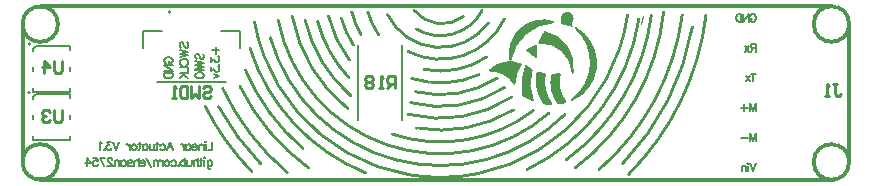
<source format=gbo>
G04*
G04 #@! TF.GenerationSoftware,Altium Limited,Altium Designer,21.4.1 (30)*
G04*
G04 Layer_Color=32896*
%FSLAX44Y44*%
%MOMM*%
G71*
G04*
G04 #@! TF.SameCoordinates,20706F9A-6442-4B2F-841C-74B48887EBA2*
G04*
G04*
G04 #@! TF.FilePolarity,Positive*
G04*
G01*
G75*
%ADD10C,0.2500*%
%ADD11C,0.3000*%
%ADD12C,0.2000*%
%ADD13C,0.1270*%
%ADD14C,0.1524*%
%ADD96C,0.2540*%
%ADD97C,0.0100*%
%ADD98C,0.1520*%
G36*
X1157408Y507989D02*
X1157408Y507989D01*
X1157407Y508001D01*
X1157407Y508027D01*
X1157407Y508053D01*
X1157407Y508078D01*
Y508091D01*
X1157408Y507989D01*
D02*
G37*
G36*
X1163794Y513173D02*
X1165686Y512273D01*
X1167073Y510703D01*
X1167734Y508714D01*
X1167648Y507670D01*
X1167648Y507670D01*
X1167647Y507658D01*
X1167635Y507637D01*
X1167615Y507623D01*
X1167591Y507619D01*
X1167579Y507623D01*
X1166385Y501185D01*
X1166385D01*
X1166383Y501173D01*
X1166370Y501154D01*
X1166350Y501142D01*
X1166327Y501140D01*
X1166316Y501143D01*
X1157483Y504107D01*
X1157475Y504109D01*
X1157461Y504119D01*
X1157451Y504133D01*
X1157446Y504149D01*
X1157446Y504157D01*
X1157408Y507989D01*
X1157407Y508091D01*
Y509139D01*
X1158228Y511067D01*
X1159740Y512518D01*
X1161700Y513259D01*
X1163794Y513173D01*
D02*
G37*
G36*
X1151131Y504834D02*
X1151131Y504835D01*
X1151131D01*
Y504834D01*
D02*
G37*
G36*
X1136211Y475401D02*
X1128551Y480989D01*
X1129588Y481311D01*
X1131607Y482111D01*
X1133534Y483111D01*
X1135351Y484300D01*
X1136211Y484962D01*
Y475401D01*
D02*
G37*
G36*
X1148799Y505616D02*
X1151131Y504835D01*
X1148947Y504654D01*
X1144625Y503935D01*
X1140409Y502745D01*
X1136348Y501098D01*
X1132494Y499014D01*
X1128893Y496519D01*
X1125587Y493643D01*
X1122619Y490420D01*
X1120023Y486891D01*
X1117831Y483097D01*
X1116069Y479085D01*
X1114760Y474904D01*
X1114280Y472766D01*
X1113828Y475184D01*
X1113771Y480104D01*
X1114564Y484961D01*
X1116181Y489608D01*
X1118576Y493906D01*
X1121675Y497728D01*
X1125387Y500958D01*
X1129600Y503500D01*
X1134188Y505278D01*
X1139014Y506238D01*
X1143933Y506352D01*
X1148799Y505616D01*
D02*
G37*
G36*
X1128065Y467126D02*
X1129264Y466282D01*
X1130497Y465488D01*
X1131761Y464744D01*
X1132403Y464392D01*
Y464392D01*
Y464392D01*
D01*
X1131900Y462813D01*
X1131114Y459594D01*
X1130628Y456316D01*
X1130448Y453008D01*
X1130574Y449697D01*
X1131006Y446412D01*
X1131740Y443181D01*
X1132768Y440031D01*
X1133391Y438496D01*
X1132331Y438917D01*
X1130260Y439871D01*
X1128243Y440933D01*
X1126284Y442100D01*
X1125337Y442735D01*
X1124706Y445835D01*
X1124343Y452153D01*
X1124887Y458457D01*
X1126326Y464619D01*
X1127479Y467566D01*
X1127479Y467566D01*
X1128065Y467126D01*
D02*
G37*
G36*
X1143493Y496326D02*
X1145386Y495955D01*
X1149043Y494731D01*
X1152511Y493045D01*
X1155732Y490924D01*
X1158652Y488405D01*
X1161222Y485529D01*
X1163399Y482345D01*
X1165145Y478907D01*
X1166433Y475272D01*
X1167239Y471500D01*
X1167552Y467656D01*
X1167364Y463804D01*
X1167023Y461907D01*
X1166898Y463668D01*
X1166301Y467148D01*
X1165249Y470518D01*
X1163761Y473719D01*
X1161862Y476696D01*
X1159587Y479395D01*
X1156975Y481770D01*
X1154072Y483779D01*
X1150928Y485386D01*
X1147600Y486564D01*
X1144146Y487292D01*
X1140625Y487556D01*
X1138859Y487513D01*
X1139658Y488482D01*
X1141078Y490553D01*
X1142246Y492775D01*
X1143147Y495118D01*
X1143493Y496326D01*
Y496326D01*
D02*
G37*
G36*
X1167023Y461907D02*
X1167022D01*
X1167023Y461907D01*
Y461907D01*
D02*
G37*
G36*
X1118089Y470601D02*
X1121544Y469641D01*
X1123177Y468900D01*
X1123177Y468900D01*
X1121979Y467068D01*
X1120008Y463163D01*
X1118637Y459009D01*
X1117897Y454698D01*
X1117769Y452513D01*
X1117769D01*
X1116910Y453811D01*
X1114945Y456223D01*
X1112682Y458357D01*
X1110159Y460176D01*
X1107419Y461649D01*
X1104509Y462750D01*
X1101481Y463461D01*
X1098386Y463768D01*
X1096829Y463769D01*
X1098065Y465068D01*
X1100907Y467255D01*
X1104052Y468979D01*
X1107424Y470198D01*
X1110944Y470883D01*
X1114527Y471019D01*
X1118089Y470601D01*
D02*
G37*
G36*
X1171751Y498669D02*
X1176092Y495204D01*
X1179821Y491088D01*
X1182841Y486428D01*
X1185075Y481343D01*
X1186465Y475966D01*
X1186975Y470435D01*
X1186591Y464895D01*
X1185324Y459487D01*
X1183206Y454353D01*
X1180292Y449625D01*
X1176658Y445426D01*
X1174528Y443644D01*
X1173524Y442916D01*
X1171436Y441578D01*
X1169275Y440363D01*
X1167047Y439274D01*
X1165903Y438795D01*
X1168243Y440572D01*
X1172489Y444628D01*
X1176080Y449275D01*
X1178933Y454407D01*
X1180984Y459909D01*
X1182188Y465657D01*
X1182516Y471520D01*
X1181961Y477365D01*
X1180537Y483062D01*
X1178274Y488481D01*
X1175225Y493499D01*
X1171458Y498004D01*
X1169331Y500031D01*
X1171751Y498669D01*
D02*
G37*
G36*
X1155859Y459220D02*
X1155450Y456127D01*
X1155390Y453009D01*
X1155678Y449903D01*
X1156312Y446849D01*
X1157284Y443885D01*
X1158581Y441048D01*
X1160187Y438374D01*
X1161099Y437108D01*
Y437108D01*
X1160374Y436901D01*
X1158911Y436538D01*
X1157435Y436226D01*
X1155950Y435966D01*
X1155203Y435862D01*
Y435862D01*
X1154166Y437100D01*
X1152407Y439810D01*
X1150990Y442713D01*
X1149936Y445766D01*
X1149260Y448925D01*
X1148972Y452142D01*
X1149076Y455370D01*
X1149571Y458563D01*
X1150010Y460117D01*
X1150010D01*
X1150788Y460137D01*
X1152340Y460227D01*
X1153887Y460384D01*
X1155426Y460607D01*
X1156192Y460744D01*
X1156192Y460744D01*
X1155859Y459220D01*
D02*
G37*
G36*
X1138119Y461939D02*
X1139615Y461480D01*
X1141130Y461087D01*
X1142660Y460759D01*
X1143430Y460620D01*
X1143145Y458983D01*
X1142836Y455675D01*
X1142877Y452354D01*
X1143266Y449054D01*
X1144001Y445815D01*
X1145073Y442670D01*
X1146470Y439656D01*
X1148177Y436806D01*
X1149140Y435452D01*
X1148353Y435455D01*
X1146779Y435518D01*
X1145208Y435638D01*
X1143643Y435816D01*
X1142864Y435933D01*
X1141852Y437335D01*
X1140134Y440334D01*
X1138738Y443496D01*
X1137681Y446787D01*
X1136974Y450171D01*
X1136625Y453610D01*
X1136638Y457067D01*
X1137013Y460504D01*
X1137379Y462193D01*
Y462193D01*
X1138119Y461939D01*
D02*
G37*
D10*
X1016254Y448818D02*
Y458815D01*
X1011256D01*
X1009589Y457149D01*
Y453816D01*
X1011256Y452150D01*
X1016254D01*
X1012922D02*
X1009589Y448818D01*
X1006257D02*
X1002925D01*
X1004591D01*
Y458815D01*
X1006257Y457149D01*
X997927D02*
X996260Y458815D01*
X992928D01*
X991262Y457149D01*
Y455482D01*
X992928Y453816D01*
X991262Y452150D01*
Y450484D01*
X992928Y448818D01*
X996260D01*
X997927Y450484D01*
Y452150D01*
X996260Y453816D01*
X997927Y455482D01*
Y457149D01*
X996260Y453816D02*
X992928D01*
X734414Y471525D02*
Y463194D01*
X732748Y461528D01*
X729416D01*
X727749Y463194D01*
Y471525D01*
X719419Y461528D02*
Y471525D01*
X724417Y466526D01*
X717753D01*
X734414Y430631D02*
Y422300D01*
X732748Y420634D01*
X729416D01*
X727749Y422300D01*
Y430631D01*
X724417Y428965D02*
X722751Y430631D01*
X719419D01*
X717753Y428965D01*
Y427299D01*
X719419Y425632D01*
X721085D01*
X719419D01*
X717753Y423966D01*
Y422300D01*
X719419Y420634D01*
X722751D01*
X724417Y422300D01*
X1387600Y452198D02*
X1390932D01*
X1389266D01*
Y443868D01*
X1390932Y442202D01*
X1392598D01*
X1394265Y443868D01*
X1384268Y442202D02*
X1380936D01*
X1382602D01*
Y452198D01*
X1384268Y450532D01*
X854297Y448632D02*
X855963Y450298D01*
X859295D01*
X860961Y448632D01*
Y446966D01*
X859295Y445300D01*
X855963D01*
X854297Y443634D01*
Y441968D01*
X855963Y440302D01*
X859295D01*
X860961Y441968D01*
X850965Y450298D02*
Y440302D01*
X847632Y443634D01*
X844300Y440302D01*
Y450298D01*
X840968D02*
Y440302D01*
X835969D01*
X834303Y441968D01*
Y448632D01*
X835969Y450298D01*
X840968D01*
X830971Y440302D02*
X827639D01*
X829305D01*
Y450298D01*
X830971Y448632D01*
D11*
X1401200Y386398D02*
G03*
X1401200Y386398I-15000J0D01*
G01*
X1388100Y371300D02*
G03*
X1387617Y371500I-483J-483D01*
G01*
X1401200Y503200D02*
G03*
X1401200Y503200I-15000J0D01*
G01*
X731300Y386506D02*
G03*
X731300Y386506I-15000J0D01*
G01*
Y503102D02*
G03*
X731300Y503102I-15000J0D01*
G01*
X1401200Y386398D02*
Y503200D01*
X716300Y371500D02*
X1387617D01*
X701400Y386600D02*
Y502600D01*
X716641Y518200D02*
X1386200D01*
D12*
X826750Y513488D02*
G03*
X826750Y513488I-1000J0D01*
G01*
X822973Y469964D02*
X822307Y470297D01*
X821640Y470964D01*
X821307Y471630D01*
Y472963D01*
X821640Y473630D01*
X822307Y474296D01*
X822973Y474630D01*
X823973Y474963D01*
X825639D01*
X826639Y474630D01*
X827306Y474296D01*
X827972Y473630D01*
X828305Y472963D01*
Y471630D01*
X827972Y470964D01*
X827306Y470297D01*
X826639Y469964D01*
X825639D01*
Y471630D02*
Y469964D01*
X821307Y468364D02*
X828305D01*
X821307D02*
X828305Y463699D01*
X821307D02*
X828305D01*
X821307Y461766D02*
X828305D01*
X821307D02*
Y459433D01*
X821640Y458433D01*
X822307Y457767D01*
X822973Y457433D01*
X823973Y457100D01*
X825639D01*
X826639Y457433D01*
X827306Y457767D01*
X827972Y458433D01*
X828305Y459433D01*
Y461766D01*
X835505Y483128D02*
X834838Y483794D01*
X834505Y484794D01*
Y486127D01*
X834838Y487127D01*
X835505Y487794D01*
X836171D01*
X836838Y487460D01*
X837171Y487127D01*
X837504Y486460D01*
X838171Y484461D01*
X838504Y483794D01*
X838837Y483461D01*
X839504Y483128D01*
X840504D01*
X841170Y483794D01*
X841504Y484794D01*
Y486127D01*
X841170Y487127D01*
X840504Y487794D01*
X834505Y481562D02*
X841504Y479895D01*
X834505Y478229D02*
X841504Y479895D01*
X834505Y478229D02*
X841504Y476563D01*
X834505Y474896D02*
X841504Y476563D01*
X836171Y468498D02*
X835505Y468831D01*
X834838Y469497D01*
X834505Y470164D01*
Y471497D01*
X834838Y472164D01*
X835505Y472830D01*
X836171Y473163D01*
X837171Y473497D01*
X838837D01*
X839837Y473163D01*
X840504Y472830D01*
X841170Y472164D01*
X841504Y471497D01*
Y470164D01*
X841170Y469497D01*
X840504Y468831D01*
X839837Y468498D01*
X834505Y466531D02*
X841504D01*
Y462532D01*
X834505Y461766D02*
X841504D01*
X834505Y457100D02*
X839171Y461766D01*
X837504Y460099D02*
X841504Y457100D01*
X848703Y473530D02*
X848036Y474197D01*
X847703Y475196D01*
Y476529D01*
X848036Y477529D01*
X848703Y478196D01*
X849370D01*
X850036Y477862D01*
X850369Y477529D01*
X850703Y476863D01*
X851369Y474863D01*
X851702Y474197D01*
X852036Y473863D01*
X852702Y473530D01*
X853702D01*
X854368Y474197D01*
X854702Y475196D01*
Y476529D01*
X854368Y477529D01*
X853702Y478196D01*
X847703Y471964D02*
X854702Y470297D01*
X847703Y468631D02*
X854702Y470297D01*
X847703Y468631D02*
X854702Y466965D01*
X847703Y465298D02*
X854702Y466965D01*
X847703Y463899D02*
X854702D01*
X847703Y460433D02*
X848036Y461099D01*
X848703Y461766D01*
X849370Y462099D01*
X850369Y462432D01*
X852036D01*
X853035Y462099D01*
X853702Y461766D01*
X854368Y461099D01*
X854702Y460433D01*
Y459100D01*
X854368Y458433D01*
X853702Y457767D01*
X853035Y457433D01*
X852036Y457100D01*
X850369D01*
X849370Y457433D01*
X848703Y457767D01*
X848036Y458433D01*
X847703Y459100D01*
Y460433D01*
X861901Y480828D02*
X867900D01*
X864901Y483828D02*
Y477829D01*
X860901Y475096D02*
Y471430D01*
X863568Y473430D01*
Y472430D01*
X863901Y471764D01*
X864234Y471430D01*
X865234Y471097D01*
X865900D01*
X866900Y471430D01*
X867567Y472097D01*
X867900Y473097D01*
Y474096D01*
X867567Y475096D01*
X867233Y475429D01*
X866567Y475763D01*
X867233Y469198D02*
X867567Y469531D01*
X867900Y469198D01*
X867567Y468864D01*
X867233Y469198D01*
X860901Y466665D02*
Y462999D01*
X863568Y464998D01*
Y463999D01*
X863901Y463332D01*
X864234Y462999D01*
X865234Y462666D01*
X865900D01*
X866900Y462999D01*
X867567Y463665D01*
X867900Y464665D01*
Y465665D01*
X867567Y466665D01*
X867233Y466998D01*
X866567Y467331D01*
X863234Y461099D02*
X867900Y459100D01*
X863234Y457100D02*
X867900Y459100D01*
X862000Y403563D02*
Y396564D01*
X858001D01*
X856568Y403563D02*
X856235Y403229D01*
X855901Y403563D01*
X856235Y403896D01*
X856568Y403563D01*
X856235Y401230D02*
Y396564D01*
X854668Y401230D02*
Y396564D01*
Y399897D02*
X853668Y400897D01*
X853002Y401230D01*
X852002D01*
X851336Y400897D01*
X851002Y399897D01*
Y396564D01*
X849169Y399230D02*
X845170D01*
Y399897D01*
X845503Y400564D01*
X845837Y400897D01*
X846503Y401230D01*
X847503D01*
X848170Y400897D01*
X848836Y400230D01*
X849169Y399230D01*
Y398564D01*
X848836Y397564D01*
X848170Y396898D01*
X847503Y396564D01*
X846503D01*
X845837Y396898D01*
X845170Y397564D01*
X839671Y401230D02*
Y396564D01*
Y400230D02*
X840338Y400897D01*
X841004Y401230D01*
X842004D01*
X842671Y400897D01*
X843337Y400230D01*
X843671Y399230D01*
Y398564D01*
X843337Y397564D01*
X842671Y396898D01*
X842004Y396564D01*
X841004D01*
X840338Y396898D01*
X839671Y397564D01*
X837805Y401230D02*
Y396564D01*
Y399230D02*
X837472Y400230D01*
X836805Y400897D01*
X836139Y401230D01*
X835139D01*
X823675Y396564D02*
X826341Y403563D01*
X829007Y396564D01*
X828007Y398897D02*
X824675D01*
X818043Y400230D02*
X818709Y400897D01*
X819376Y401230D01*
X820376D01*
X821042Y400897D01*
X821709Y400230D01*
X822042Y399230D01*
Y398564D01*
X821709Y397564D01*
X821042Y396898D01*
X820376Y396564D01*
X819376D01*
X818709Y396898D01*
X818043Y397564D01*
X815543Y403563D02*
Y397897D01*
X815210Y396898D01*
X814544Y396564D01*
X813877D01*
X816543Y401230D02*
X814210D01*
X812877D02*
Y397897D01*
X812544Y396898D01*
X811877Y396564D01*
X810878D01*
X810211Y396898D01*
X809211Y397897D01*
Y401230D02*
Y396564D01*
X803379Y401230D02*
Y396564D01*
Y400230D02*
X804046Y400897D01*
X804712Y401230D01*
X805712D01*
X806378Y400897D01*
X807045Y400230D01*
X807378Y399230D01*
Y398564D01*
X807045Y397564D01*
X806378Y396898D01*
X805712Y396564D01*
X804712D01*
X804046Y396898D01*
X803379Y397564D01*
X800513Y403563D02*
Y397897D01*
X800180Y396898D01*
X799513Y396564D01*
X798847D01*
X801513Y401230D02*
X799180D01*
X796181D02*
X796847Y400897D01*
X797514Y400230D01*
X797847Y399230D01*
Y398564D01*
X797514Y397564D01*
X796847Y396898D01*
X796181Y396564D01*
X795181D01*
X794514Y396898D01*
X793848Y397564D01*
X793515Y398564D01*
Y399230D01*
X793848Y400230D01*
X794514Y400897D01*
X795181Y401230D01*
X796181D01*
X791982D02*
Y396564D01*
Y399230D02*
X791648Y400230D01*
X790982Y400897D01*
X790315Y401230D01*
X789315D01*
X783184Y403563D02*
X780517Y396564D01*
X777851Y403563D02*
X780517Y396564D01*
X776285Y403563D02*
X772619D01*
X774619Y400897D01*
X773619D01*
X772952Y400564D01*
X772619Y400230D01*
X772286Y399230D01*
Y398564D01*
X772619Y397564D01*
X773286Y396898D01*
X774285Y396564D01*
X775285D01*
X776285Y396898D01*
X776618Y397231D01*
X776952Y397897D01*
X770386Y397231D02*
X770720Y396898D01*
X770386Y396564D01*
X770053Y396898D01*
X770386Y397231D01*
X768520Y402230D02*
X767853Y402563D01*
X766854Y403563D01*
Y396564D01*
X858001Y387699D02*
Y382366D01*
X858334Y381367D01*
X858667Y381033D01*
X859334Y380700D01*
X860334D01*
X861000Y381033D01*
X858001Y386699D02*
X858667Y387365D01*
X859334Y387699D01*
X860334D01*
X861000Y387365D01*
X861667Y386699D01*
X862000Y385699D01*
Y385032D01*
X861667Y384033D01*
X861000Y383366D01*
X860334Y383033D01*
X859334D01*
X858667Y383366D01*
X858001Y384033D01*
X855468Y390031D02*
X855135Y389698D01*
X854801Y390031D01*
X855135Y390365D01*
X855468Y390031D01*
X855135Y387699D02*
Y383033D01*
X852569Y390031D02*
Y384366D01*
X852235Y383366D01*
X851569Y383033D01*
X850902D01*
X853568Y387699D02*
X851236D01*
X849903Y390031D02*
Y383033D01*
Y386366D02*
X848903Y387365D01*
X848236Y387699D01*
X847236D01*
X846570Y387365D01*
X846237Y386366D01*
Y383033D01*
X844404Y387699D02*
Y384366D01*
X844071Y383366D01*
X843404Y383033D01*
X842404D01*
X841738Y383366D01*
X840738Y384366D01*
Y387699D02*
Y383033D01*
X838905Y390031D02*
Y383033D01*
Y386699D02*
X838238Y387365D01*
X837572Y387699D01*
X836572D01*
X835906Y387365D01*
X835239Y386699D01*
X834906Y385699D01*
Y385032D01*
X835239Y384033D01*
X835906Y383366D01*
X836572Y383033D01*
X837572D01*
X838238Y383366D01*
X838905Y384033D01*
X833073Y383699D02*
X833406Y383366D01*
X833073Y383033D01*
X832740Y383366D01*
X833073Y383699D01*
X827207Y386699D02*
X827874Y387365D01*
X828540Y387699D01*
X829540D01*
X830207Y387365D01*
X830873Y386699D01*
X831207Y385699D01*
Y385032D01*
X830873Y384033D01*
X830207Y383366D01*
X829540Y383033D01*
X828540D01*
X827874Y383366D01*
X827207Y384033D01*
X824042Y387699D02*
X824708Y387365D01*
X825375Y386699D01*
X825708Y385699D01*
Y385032D01*
X825375Y384033D01*
X824708Y383366D01*
X824042Y383033D01*
X823042D01*
X822375Y383366D01*
X821709Y384033D01*
X821375Y385032D01*
Y385699D01*
X821709Y386699D01*
X822375Y387365D01*
X823042Y387699D01*
X824042D01*
X819842D02*
Y383033D01*
Y386366D02*
X818843Y387365D01*
X818176Y387699D01*
X817176D01*
X816510Y387365D01*
X816177Y386366D01*
Y383033D01*
Y386366D02*
X815177Y387365D01*
X814510Y387699D01*
X813510D01*
X812844Y387365D01*
X812511Y386366D01*
Y383033D01*
X810311Y382033D02*
X805645Y390031D01*
X805179Y385699D02*
X801180D01*
Y386366D01*
X801513Y387032D01*
X801846Y387365D01*
X802513Y387699D01*
X803512D01*
X804179Y387365D01*
X804846Y386699D01*
X805179Y385699D01*
Y385032D01*
X804846Y384033D01*
X804179Y383366D01*
X803512Y383033D01*
X802513D01*
X801846Y383366D01*
X801180Y384033D01*
X799680Y390031D02*
Y383033D01*
Y386366D02*
X798680Y387365D01*
X798014Y387699D01*
X797014D01*
X796347Y387365D01*
X796014Y386366D01*
Y383033D01*
X790515Y386699D02*
X790848Y387365D01*
X791848Y387699D01*
X792848D01*
X793848Y387365D01*
X794181Y386699D01*
X793848Y386032D01*
X793181Y385699D01*
X791515Y385366D01*
X790848Y385032D01*
X790515Y384366D01*
Y384033D01*
X790848Y383366D01*
X791848Y383033D01*
X792848D01*
X793848Y383366D01*
X794181Y384033D01*
X785050Y387699D02*
Y383033D01*
Y386699D02*
X785716Y387365D01*
X786383Y387699D01*
X787383D01*
X788049Y387365D01*
X788716Y386699D01*
X789049Y385699D01*
Y385032D01*
X788716Y384033D01*
X788049Y383366D01*
X787383Y383033D01*
X786383D01*
X785716Y383366D01*
X785050Y384033D01*
X783184Y387699D02*
Y383033D01*
Y386366D02*
X782184Y387365D01*
X781517Y387699D01*
X780517D01*
X779851Y387365D01*
X779518Y386366D01*
Y383033D01*
X777351Y388365D02*
Y388698D01*
X777018Y389365D01*
X776685Y389698D01*
X776018Y390031D01*
X774685D01*
X774019Y389698D01*
X773686Y389365D01*
X773352Y388698D01*
Y388032D01*
X773686Y387365D01*
X774352Y386366D01*
X777685Y383033D01*
X773019D01*
X766787Y390031D02*
X770120Y383033D01*
X771453Y390031D02*
X766787D01*
X761221D02*
X764554D01*
X764887Y387032D01*
X764554Y387365D01*
X763554Y387699D01*
X762554D01*
X761555Y387365D01*
X760888Y386699D01*
X760555Y385699D01*
Y385032D01*
X760888Y384033D01*
X761555Y383366D01*
X762554Y383033D01*
X763554D01*
X764554Y383366D01*
X764887Y383699D01*
X765221Y384366D01*
X755656Y390031D02*
X758989Y385366D01*
X753990D01*
X755656Y390031D02*
Y383033D01*
X1317458Y510027D02*
X1317768Y510646D01*
X1318387Y511265D01*
X1319005Y511574D01*
X1320243D01*
X1320862Y511265D01*
X1321481Y510646D01*
X1321790Y510027D01*
X1322100Y509099D01*
Y507551D01*
X1321790Y506623D01*
X1321481Y506004D01*
X1320862Y505385D01*
X1320243Y505076D01*
X1319005D01*
X1318387Y505385D01*
X1317768Y506004D01*
X1317458Y506623D01*
Y507551D01*
X1319005D02*
X1317458D01*
X1315973Y511574D02*
Y505076D01*
Y511574D02*
X1311640Y505076D01*
Y511574D02*
Y505076D01*
X1309845Y511574D02*
Y505076D01*
Y511574D02*
X1307679D01*
X1306751Y511265D01*
X1306132Y510646D01*
X1305822Y510027D01*
X1305513Y509099D01*
Y507551D01*
X1305822Y506623D01*
X1306132Y506004D01*
X1306751Y505385D01*
X1307679Y505076D01*
X1309845D01*
X1322100Y486378D02*
Y479879D01*
Y486378D02*
X1319315D01*
X1318387Y486068D01*
X1318077Y485759D01*
X1317768Y485140D01*
Y484521D01*
X1318077Y483902D01*
X1318387Y483593D01*
X1319315Y483283D01*
X1322100D01*
X1319934D02*
X1317768Y479879D01*
X1316313Y484212D02*
X1312909Y479879D01*
Y484212D02*
X1316313Y479879D01*
X1319934Y461181D02*
Y454683D01*
X1322100Y461181D02*
X1317768D01*
X1316994Y459015D02*
X1313590Y454683D01*
Y459015D02*
X1316994Y454683D01*
X1322100Y435984D02*
Y429486D01*
Y435984D02*
X1319624Y429486D01*
X1317149Y435984D02*
X1319624Y429486D01*
X1317149Y435984D02*
Y429486D01*
X1312507Y435056D02*
Y429486D01*
X1315292Y432271D02*
X1309722D01*
X1322100Y410788D02*
Y404289D01*
Y410788D02*
X1319624Y404289D01*
X1317149Y410788D02*
X1319624Y404289D01*
X1317149Y410788D02*
Y404289D01*
X1315292Y407074D02*
X1309722D01*
X1322100Y385282D02*
X1319624Y378783D01*
X1317149Y385282D02*
X1319624Y378783D01*
X1315694Y385282D02*
X1315385Y384972D01*
X1315075Y385282D01*
X1315385Y385591D01*
X1315694Y385282D01*
X1315385Y383116D02*
Y378783D01*
X1313930Y383116D02*
Y378783D01*
Y381878D02*
X1313002Y382806D01*
X1312383Y383116D01*
X1311455D01*
X1310836Y382806D01*
X1310526Y381878D01*
Y378783D01*
D13*
X1142864Y435933D02*
G03*
X1149140Y435452I6416J42518D01*
G01*
X1137379Y462193D02*
G03*
X1143430Y460620I12086J34077D01*
G01*
X1138859Y487513D02*
G03*
X1143493Y496326I-16152J14118D01*
G01*
X1155203Y435862D02*
G03*
X1161099Y437108I-5922J42590D01*
G01*
X1123177Y468900D02*
G03*
X1117769Y452513I24027J-17015D01*
G01*
X1127479Y467566D02*
G03*
X1125338Y442735I41018J-16045D01*
G01*
X1137379Y462193D02*
G03*
X1142864Y435933I32193J-6978D01*
G01*
X1143430Y460620D02*
G03*
X1149140Y435452I30896J-6222D01*
G01*
X1156192Y460744D02*
G03*
X1161099Y437108I27036J-6714D01*
G01*
X1117769Y452513D02*
G03*
X1096829Y463769I-20175J-12426D01*
G01*
X1165903Y438795D02*
G03*
X1174528Y443644I-16623J39656D01*
G01*
X1125338Y442735D02*
G03*
X1133391Y438496I23943J35717D01*
G01*
X1150010Y460117D02*
G03*
X1156192Y460744I-545J36153D01*
G01*
X1127479Y467566D02*
G03*
X1132403Y464392I21987J28704D01*
G01*
X1132403D02*
G03*
X1133391Y438496I33861J-11675D01*
G01*
X1150010Y460117D02*
G03*
X1155203Y435862I25535J-7217D01*
G01*
X1128551Y480989D02*
G03*
X1136211Y484962I-5843J20641D01*
G01*
X1167023Y461907D02*
G03*
X1138859Y487513I-26628J-996D01*
G01*
X1167023Y461907D02*
G03*
X1143493Y496326I-29236J5266D01*
G01*
X1165903Y438795D02*
G03*
X1169331Y500031I-22438J31970D01*
G01*
X1174528Y443644D02*
G03*
X1169331Y500031I-22073J26398D01*
G01*
X1123177Y468900D02*
G03*
X1096829Y463769I-9565J-21095D01*
G01*
X1151131Y504835D02*
G03*
X1114280Y472766I-9002J-26864D01*
G01*
X1151131Y504834D02*
G03*
X1114280Y472766I2173J-39705D01*
G01*
X1136211Y475401D02*
Y484962D01*
X1128551Y480989D02*
X1136211Y475401D01*
X815500Y454487D02*
X873500D01*
X803250Y482687D02*
Y496987D01*
X819500D01*
X869500D02*
X885750D01*
Y482687D02*
Y496987D01*
X1022650Y422200D02*
X1022650Y485200D01*
X985350Y422200D02*
X985350Y485200D01*
D14*
X707762Y486200D02*
G03*
X707762Y486200I-762J0D01*
G01*
Y445300D02*
G03*
X707762Y445300I-762J0D01*
G01*
X710252Y445896D02*
X741748D01*
X710252D02*
Y448936D01*
X741748Y481464D02*
Y484504D01*
Y463464D02*
Y466936D01*
Y445896D02*
Y448936D01*
X710252Y463464D02*
Y466936D01*
Y404996D02*
X741748D01*
X710252D02*
Y408036D01*
X741748Y440564D02*
Y443604D01*
Y422564D02*
Y426036D01*
Y404996D02*
Y408036D01*
X710252Y422564D02*
Y426036D01*
D96*
X929763Y509492D02*
G03*
X976880Y431411I127792J23857D01*
G01*
X940560Y506663D02*
G03*
X979575Y442141I116995J26687D01*
G01*
X951253Y505070D02*
G03*
X977413Y458002I106303J28279D01*
G01*
X960322Y509989D02*
G03*
X978030Y472722I97233J23360D01*
G01*
X971204Y507983D02*
G03*
X981461Y485290I86351J25366D01*
G01*
X980055Y513507D02*
G03*
X987704Y494352I77500J19843D01*
G01*
X993782Y512990D02*
G03*
X1002720Y494210I66974J20359D01*
G01*
X885495Y450186D02*
G03*
X943503Y381319I170183J84485D01*
G01*
X890011Y464282D02*
G03*
X938541Y398000I165666J70389D01*
G01*
X893955Y482272D02*
G03*
X991898Y377089I161723J52400D01*
G01*
X855751Y433811D02*
G03*
X895638Y377999I204976J104331D01*
G01*
X867405Y433134D02*
G03*
X902815Y384962I193322J105008D01*
G01*
X870685Y448788D02*
G03*
X925336Y377613I190042J89354D01*
G01*
X1189673Y380107D02*
G03*
X1259879Y510956I-137992J158297D01*
G01*
X1209383Y385010D02*
G03*
X1268427Y500713I-157703J153394D01*
G01*
X1214550Y376005D02*
G03*
X1280023Y510840I-162869J162399D01*
G01*
X1032874Y514766D02*
G03*
X1074703Y509570I23547J18589D01*
G01*
X1034687Y498986D02*
G03*
X1090411Y514469I20463J34369D01*
G01*
X1010382Y511089D02*
G03*
X1095686Y504083I44768J22266D01*
G01*
X1027887Y479907D02*
G03*
X1109292Y507495I27263J53448D01*
G01*
X1041178Y464764D02*
G03*
X1094290Y475320I13972J68591D01*
G01*
X1031044Y457074D02*
G03*
X1087616Y460239I24106J76282D01*
G01*
X1034194Y445829D02*
G03*
X1103210Y457261I20956J87526D01*
G01*
X1029987Y436573D02*
G03*
X1109440Y449375I25163J96782D01*
G01*
X1027892Y426786D02*
G03*
X1115457Y441360I27259J106569D01*
G01*
X1034515Y415143D02*
G03*
X1116890Y430456I20635J118212D01*
G01*
X1014292Y409943D02*
G03*
X1133703Y429772I40858J123412D01*
G01*
X917786Y506319D02*
G03*
X1146795Y427519I137365J27037D01*
G01*
X911096Y491541D02*
G03*
X1160553Y426630I144054J41814D01*
G01*
X897708Y504863D02*
G03*
X1213546Y510750I157443J28493D01*
G01*
X1128683Y380081D02*
G03*
X1223186Y507588I-73532J153274D01*
G01*
X1161701Y388279D02*
G03*
X1233684Y510429I-106550J145076D01*
G01*
X1169050Y381280D02*
G03*
X1244112Y513520I-113899J152076D01*
G01*
D97*
X1167594Y507674D02*
G03*
X1157485Y507589I-5058J417D01*
G01*
X1157500Y504158D02*
X1166333Y501195D01*
X1157460Y508091D02*
X1157500Y504158D01*
X1225115Y503379D02*
X1226394Y510276D01*
D98*
X710000Y480200D02*
Y482200D01*
X712344Y484578D02*
X741633D01*
X710135Y482335D02*
X712352Y484552D01*
X710000Y439300D02*
Y441300D01*
X712344Y443678D02*
X741633D01*
X710135Y441435D02*
X712352Y443652D01*
M02*

</source>
